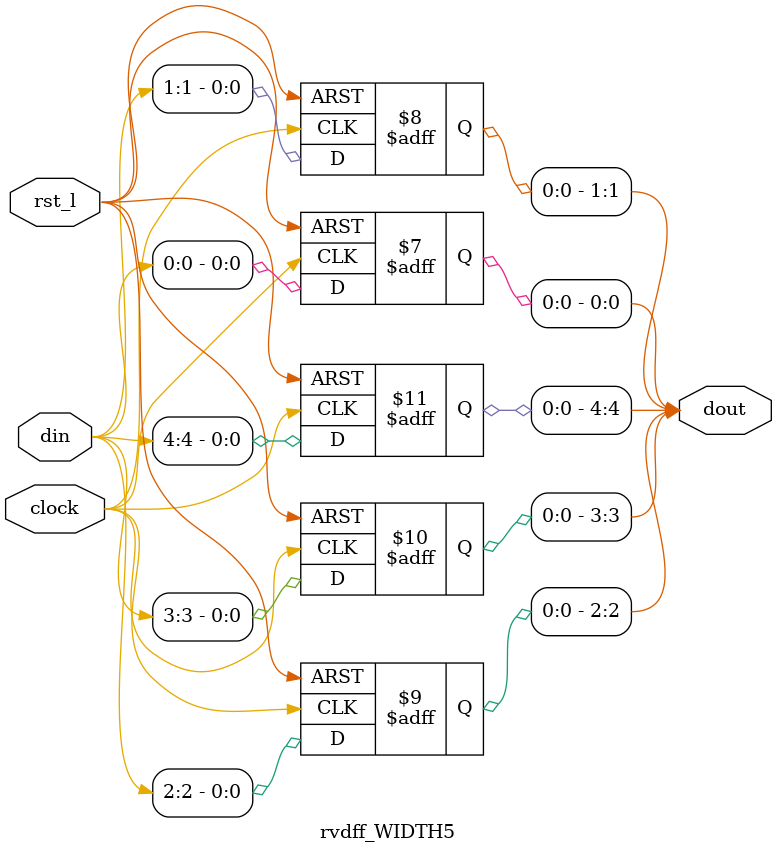
<source format=v>
module rvdff_WIDTH5
(
  din,
  clock,
  rst_l,
  dout
);
  input [4:0] din;
  output [4:0] dout;
  input clock;
  input rst_l;
  wire N0;
  reg [4:0] dout;
  always @(posedge clock or posedge N0) begin
    if(N0) begin
      dout[4] <= 1'b0;
    end else if(1'b1) begin
      dout[4] <= din[4];
    end
  end
  always @(posedge clock or posedge N0) begin
    if(N0) begin
      dout[3] <= 1'b0;
    end else if(1'b1) begin
      dout[3] <= din[3];
    end
  end
  always @(posedge clock or posedge N0) begin
    if(N0) begin
      dout[2] <= 1'b0;
    end else if(1'b1) begin
      dout[2] <= din[2];
    end
  end
  always @(posedge clock or posedge N0) begin
    if(N0) begin
      dout[1] <= 1'b0;
    end else if(1'b1) begin
      dout[1] <= din[1];
    end
  end
  always @(posedge clock or posedge N0) begin
    if(N0) begin
      dout[0] <= 1'b0;
    end else if(1'b1) begin
      dout[0] <= din[0];
    end
  end
  assign N0 = ~rst_l;
endmodule
</source>
